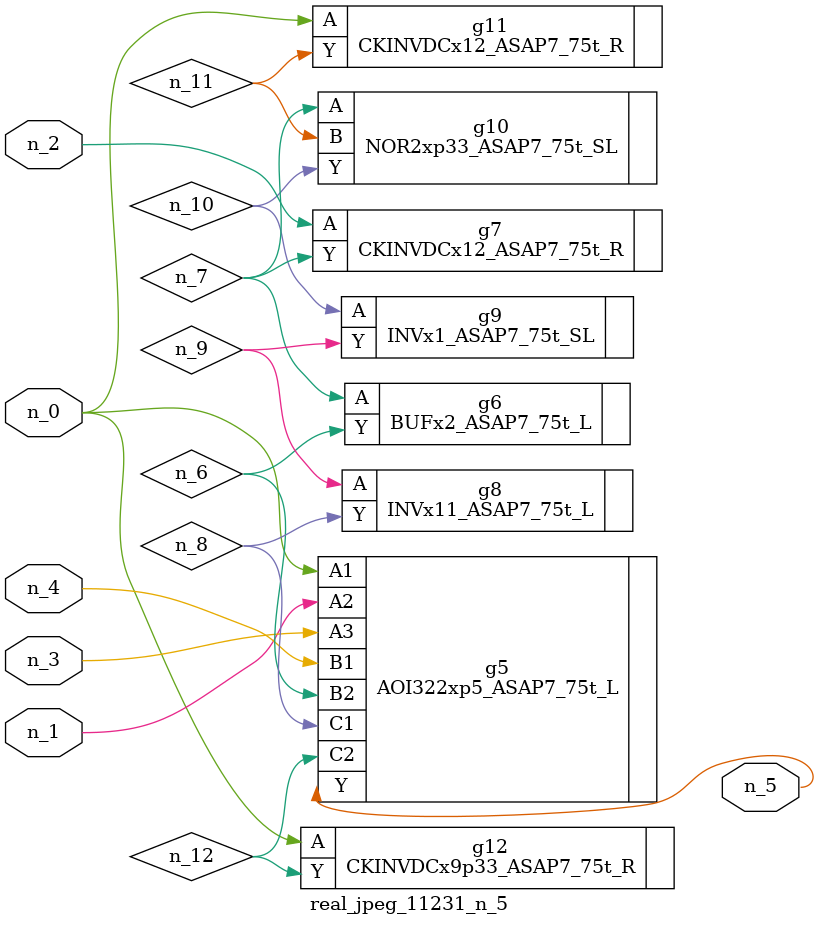
<source format=v>
module real_jpeg_11231_n_5 (n_4, n_0, n_1, n_2, n_3, n_5);

input n_4;
input n_0;
input n_1;
input n_2;
input n_3;

output n_5;

wire n_12;
wire n_8;
wire n_11;
wire n_6;
wire n_7;
wire n_10;
wire n_9;

AOI322xp5_ASAP7_75t_L g5 ( 
.A1(n_0),
.A2(n_1),
.A3(n_3),
.B1(n_4),
.B2(n_6),
.C1(n_8),
.C2(n_12),
.Y(n_5)
);

CKINVDCx12_ASAP7_75t_R g11 ( 
.A(n_0),
.Y(n_11)
);

CKINVDCx9p33_ASAP7_75t_R g12 ( 
.A(n_0),
.Y(n_12)
);

CKINVDCx12_ASAP7_75t_R g7 ( 
.A(n_2),
.Y(n_7)
);

BUFx2_ASAP7_75t_L g6 ( 
.A(n_7),
.Y(n_6)
);

NOR2xp33_ASAP7_75t_SL g10 ( 
.A(n_7),
.B(n_11),
.Y(n_10)
);

INVx11_ASAP7_75t_L g8 ( 
.A(n_9),
.Y(n_8)
);

INVx1_ASAP7_75t_SL g9 ( 
.A(n_10),
.Y(n_9)
);


endmodule
</source>
